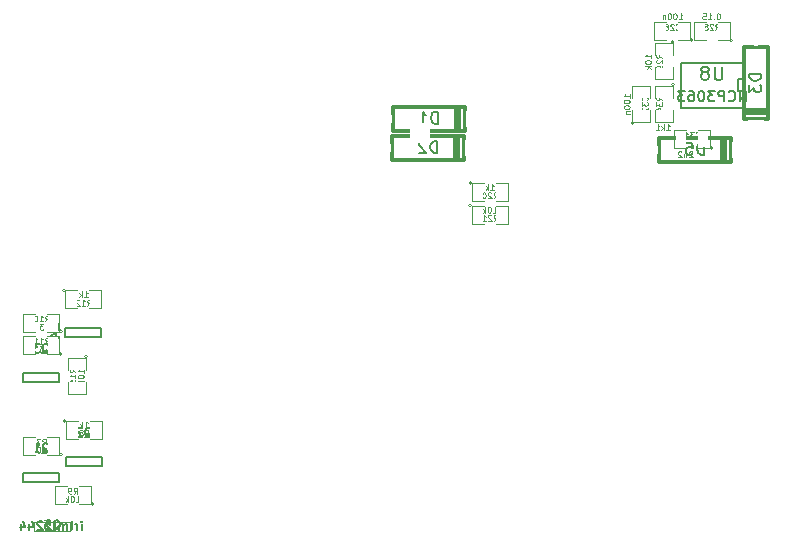
<source format=gbo>
G04 (created by PCBNEW (2013-07-07 BZR 4022)-stable) date 1/12/2015 12:58:00 PM*
%MOIN*%
G04 Gerber Fmt 3.4, Leading zero omitted, Abs format*
%FSLAX34Y34*%
G01*
G70*
G90*
G04 APERTURE LIST*
%ADD10C,0.00590551*%
%ADD11C,0.0047*%
%ADD12C,0.005*%
%ADD13C,0.0039*%
%ADD14C,0.012*%
%ADD15C,0.0051*%
%ADD16C,0.0075*%
%ADD17C,0.008*%
%ADD18C,0.006*%
%ADD19C,0.0043*%
%ADD20C,0.19685*%
%ADD21R,0.06X0.06*%
%ADD22C,0.06*%
%ADD23C,0.066*%
%ADD24R,0.036X0.036*%
%ADD25R,0.0236X0.0551*%
%ADD26R,0.035X0.055*%
%ADD27R,0.055X0.035*%
%ADD28C,0.0590551*%
%ADD29R,0.055X0.055*%
%ADD30C,0.055*%
%ADD31R,0.07X0.07*%
%ADD32C,0.07*%
%ADD33C,0.16*%
G04 APERTURE END LIST*
G54D10*
G54D11*
X2138Y-17716D02*
X938Y-17716D01*
X938Y-17716D02*
X938Y-18016D01*
X938Y-18016D02*
X2138Y-18016D01*
X2138Y-18016D02*
X2138Y-17716D01*
G54D12*
X3158Y-11236D02*
X1958Y-11236D01*
X1958Y-11236D02*
X1958Y-11536D01*
X1958Y-11536D02*
X3158Y-11536D01*
X3158Y-11536D02*
X3158Y-11236D01*
X1778Y-12736D02*
X578Y-12736D01*
X578Y-12736D02*
X578Y-13036D01*
X578Y-13036D02*
X1778Y-13036D01*
X1778Y-13036D02*
X1778Y-12736D01*
X3198Y-15536D02*
X1998Y-15536D01*
X1998Y-15536D02*
X1998Y-15836D01*
X1998Y-15836D02*
X3198Y-15836D01*
X3198Y-15836D02*
X3198Y-15536D01*
X1778Y-16056D02*
X578Y-16056D01*
X578Y-16056D02*
X578Y-16356D01*
X578Y-16356D02*
X1778Y-16356D01*
X1778Y-16356D02*
X1778Y-16056D01*
X24582Y-3842D02*
X24582Y-3892D01*
X24582Y-3892D02*
X22482Y-3892D01*
X22482Y-2392D02*
X24582Y-2392D01*
X24582Y-2392D02*
X24582Y-3842D01*
X24582Y-2942D02*
X24382Y-2942D01*
X24382Y-2942D02*
X24382Y-3342D01*
X24382Y-3342D02*
X24582Y-3342D01*
X22482Y-2392D02*
X22482Y-3892D01*
G54D13*
X1878Y-15466D02*
G75*
G03X1878Y-15466I-50J0D01*
G74*
G01*
X1378Y-15466D02*
X1778Y-15466D01*
X1778Y-15466D02*
X1778Y-14866D01*
X1778Y-14866D02*
X1378Y-14866D01*
X978Y-14866D02*
X578Y-14866D01*
X578Y-14866D02*
X578Y-15466D01*
X578Y-15466D02*
X978Y-15466D01*
X20929Y-4417D02*
G75*
G03X20929Y-4417I-50J0D01*
G74*
G01*
X20879Y-3967D02*
X20879Y-4367D01*
X20879Y-4367D02*
X21479Y-4367D01*
X21479Y-4367D02*
X21479Y-3967D01*
X21479Y-3567D02*
X21479Y-3167D01*
X21479Y-3167D02*
X20879Y-3167D01*
X20879Y-3167D02*
X20879Y-3567D01*
X22268Y-1704D02*
G75*
G03X22268Y-1704I-50J0D01*
G74*
G01*
X22218Y-2154D02*
X22218Y-1754D01*
X22218Y-1754D02*
X21618Y-1754D01*
X21618Y-1754D02*
X21618Y-2154D01*
X21618Y-2554D02*
X21618Y-2954D01*
X21618Y-2954D02*
X22218Y-2954D01*
X22218Y-2954D02*
X22218Y-2554D01*
X22268Y-3122D02*
G75*
G03X22268Y-3122I-50J0D01*
G74*
G01*
X22218Y-3572D02*
X22218Y-3172D01*
X22218Y-3172D02*
X21618Y-3172D01*
X21618Y-3172D02*
X21618Y-3572D01*
X21618Y-3972D02*
X21618Y-4372D01*
X21618Y-4372D02*
X22218Y-4372D01*
X22218Y-4372D02*
X22218Y-3972D01*
X23563Y-5253D02*
G75*
G03X23563Y-5253I-50J0D01*
G74*
G01*
X23063Y-5253D02*
X23463Y-5253D01*
X23463Y-5253D02*
X23463Y-4653D01*
X23463Y-4653D02*
X23063Y-4653D01*
X22663Y-4653D02*
X22263Y-4653D01*
X22263Y-4653D02*
X22263Y-5253D01*
X22263Y-5253D02*
X22663Y-5253D01*
X22899Y-1647D02*
G75*
G03X22899Y-1647I-50J0D01*
G74*
G01*
X22399Y-1647D02*
X22799Y-1647D01*
X22799Y-1647D02*
X22799Y-1047D01*
X22799Y-1047D02*
X22399Y-1047D01*
X21999Y-1047D02*
X21599Y-1047D01*
X21599Y-1047D02*
X21599Y-1647D01*
X21599Y-1647D02*
X21999Y-1647D01*
X24219Y-1647D02*
G75*
G03X24219Y-1647I-50J0D01*
G74*
G01*
X23719Y-1647D02*
X24119Y-1647D01*
X24119Y-1647D02*
X24119Y-1047D01*
X24119Y-1047D02*
X23719Y-1047D01*
X23319Y-1047D02*
X22919Y-1047D01*
X22919Y-1047D02*
X22919Y-1647D01*
X22919Y-1647D02*
X23319Y-1647D01*
X1878Y-11366D02*
G75*
G03X1878Y-11366I-50J0D01*
G74*
G01*
X1378Y-11366D02*
X1778Y-11366D01*
X1778Y-11366D02*
X1778Y-10766D01*
X1778Y-10766D02*
X1378Y-10766D01*
X978Y-10766D02*
X578Y-10766D01*
X578Y-10766D02*
X578Y-11366D01*
X578Y-11366D02*
X978Y-11366D01*
X1998Y-14326D02*
G75*
G03X1998Y-14326I-50J0D01*
G74*
G01*
X2398Y-14326D02*
X1998Y-14326D01*
X1998Y-14326D02*
X1998Y-14926D01*
X1998Y-14926D02*
X2398Y-14926D01*
X2798Y-14926D02*
X3198Y-14926D01*
X3198Y-14926D02*
X3198Y-14326D01*
X3198Y-14326D02*
X2798Y-14326D01*
X2918Y-17106D02*
G75*
G03X2918Y-17106I-50J0D01*
G74*
G01*
X2418Y-17106D02*
X2818Y-17106D01*
X2818Y-17106D02*
X2818Y-16506D01*
X2818Y-16506D02*
X2418Y-16506D01*
X2018Y-16506D02*
X1618Y-16506D01*
X1618Y-16506D02*
X1618Y-17106D01*
X1618Y-17106D02*
X2018Y-17106D01*
X1978Y-9986D02*
G75*
G03X1978Y-9986I-50J0D01*
G74*
G01*
X2378Y-9986D02*
X1978Y-9986D01*
X1978Y-9986D02*
X1978Y-10586D01*
X1978Y-10586D02*
X2378Y-10586D01*
X2778Y-10586D02*
X3178Y-10586D01*
X3178Y-10586D02*
X3178Y-9986D01*
X3178Y-9986D02*
X2778Y-9986D01*
X2708Y-12196D02*
G75*
G03X2708Y-12196I-50J0D01*
G74*
G01*
X2658Y-12646D02*
X2658Y-12246D01*
X2658Y-12246D02*
X2058Y-12246D01*
X2058Y-12246D02*
X2058Y-12646D01*
X2058Y-13046D02*
X2058Y-13446D01*
X2058Y-13446D02*
X2658Y-13446D01*
X2658Y-13446D02*
X2658Y-13046D01*
X1878Y-12106D02*
G75*
G03X1878Y-12106I-50J0D01*
G74*
G01*
X1378Y-12106D02*
X1778Y-12106D01*
X1778Y-12106D02*
X1778Y-11506D01*
X1778Y-11506D02*
X1378Y-11506D01*
X978Y-11506D02*
X578Y-11506D01*
X578Y-11506D02*
X578Y-12106D01*
X578Y-12106D02*
X978Y-12106D01*
X15522Y-6412D02*
G75*
G03X15522Y-6412I-50J0D01*
G74*
G01*
X15922Y-6412D02*
X15522Y-6412D01*
X15522Y-6412D02*
X15522Y-7012D01*
X15522Y-7012D02*
X15922Y-7012D01*
X16322Y-7012D02*
X16722Y-7012D01*
X16722Y-7012D02*
X16722Y-6412D01*
X16722Y-6412D02*
X16322Y-6412D01*
X15522Y-7160D02*
G75*
G03X15522Y-7160I-50J0D01*
G74*
G01*
X15922Y-7160D02*
X15522Y-7160D01*
X15522Y-7160D02*
X15522Y-7760D01*
X15522Y-7760D02*
X15922Y-7760D01*
X16322Y-7760D02*
X16722Y-7760D01*
X16722Y-7760D02*
X16722Y-7160D01*
X16722Y-7160D02*
X16322Y-7160D01*
G54D14*
X24472Y-5295D02*
X24172Y-5295D01*
X24172Y-5295D02*
X24172Y-5695D01*
X24172Y-5695D02*
X21772Y-5695D01*
X21772Y-5695D02*
X21772Y-5295D01*
X21772Y-5295D02*
X21472Y-5295D01*
X21772Y-5295D02*
X21772Y-4895D01*
X21772Y-4895D02*
X24172Y-4895D01*
X24172Y-4895D02*
X24172Y-5295D01*
X23972Y-5695D02*
X23972Y-4895D01*
X23872Y-4895D02*
X23872Y-5695D01*
X15598Y-4266D02*
X15298Y-4266D01*
X15298Y-4266D02*
X15298Y-4666D01*
X15298Y-4666D02*
X12898Y-4666D01*
X12898Y-4666D02*
X12898Y-4266D01*
X12898Y-4266D02*
X12598Y-4266D01*
X12898Y-4266D02*
X12898Y-3866D01*
X12898Y-3866D02*
X15298Y-3866D01*
X15298Y-3866D02*
X15298Y-4266D01*
X15098Y-4666D02*
X15098Y-3866D01*
X14998Y-3866D02*
X14998Y-4666D01*
X25009Y-4557D02*
X25009Y-4257D01*
X25009Y-4257D02*
X24609Y-4257D01*
X24609Y-4257D02*
X24609Y-1857D01*
X24609Y-1857D02*
X25009Y-1857D01*
X25009Y-1857D02*
X25009Y-1557D01*
X25009Y-1857D02*
X25409Y-1857D01*
X25409Y-1857D02*
X25409Y-4257D01*
X25409Y-4257D02*
X25009Y-4257D01*
X24609Y-4057D02*
X25409Y-4057D01*
X25409Y-3957D02*
X24609Y-3957D01*
X15578Y-5246D02*
X15278Y-5246D01*
X15278Y-5246D02*
X15278Y-5646D01*
X15278Y-5646D02*
X12878Y-5646D01*
X12878Y-5646D02*
X12878Y-5246D01*
X12878Y-5246D02*
X12578Y-5246D01*
X12878Y-5246D02*
X12878Y-4846D01*
X12878Y-4846D02*
X15278Y-4846D01*
X15278Y-4846D02*
X15278Y-5246D01*
X15078Y-5646D02*
X15078Y-4846D01*
X14978Y-4846D02*
X14978Y-5646D01*
G54D15*
X1567Y-17977D02*
X1596Y-17963D01*
X1624Y-17934D01*
X1667Y-17891D01*
X1696Y-17877D01*
X1724Y-17877D01*
X1710Y-17948D02*
X1738Y-17934D01*
X1767Y-17906D01*
X1781Y-17848D01*
X1781Y-17748D01*
X1767Y-17691D01*
X1738Y-17663D01*
X1710Y-17648D01*
X1653Y-17648D01*
X1624Y-17663D01*
X1596Y-17691D01*
X1581Y-17748D01*
X1581Y-17848D01*
X1596Y-17906D01*
X1624Y-17934D01*
X1653Y-17948D01*
X1710Y-17948D01*
X1310Y-17648D02*
X1453Y-17648D01*
X1467Y-17791D01*
X1453Y-17777D01*
X1424Y-17763D01*
X1353Y-17763D01*
X1324Y-17777D01*
X1310Y-17791D01*
X1296Y-17820D01*
X1296Y-17891D01*
X1310Y-17920D01*
X1324Y-17934D01*
X1353Y-17948D01*
X1424Y-17948D01*
X1453Y-17934D01*
X1467Y-17920D01*
X2520Y-17988D02*
X2520Y-17788D01*
X2520Y-17688D02*
X2535Y-17702D01*
X2520Y-17716D01*
X2506Y-17702D01*
X2520Y-17688D01*
X2520Y-17716D01*
X2378Y-17988D02*
X2378Y-17788D01*
X2378Y-17845D02*
X2363Y-17816D01*
X2349Y-17802D01*
X2320Y-17788D01*
X2292Y-17788D01*
X2149Y-17988D02*
X2178Y-17974D01*
X2192Y-17945D01*
X2192Y-17688D01*
X2035Y-17988D02*
X2035Y-17788D01*
X2035Y-17816D02*
X2020Y-17802D01*
X1992Y-17788D01*
X1949Y-17788D01*
X1920Y-17802D01*
X1906Y-17831D01*
X1906Y-17988D01*
X1906Y-17831D02*
X1892Y-17802D01*
X1863Y-17788D01*
X1820Y-17788D01*
X1792Y-17802D01*
X1778Y-17831D01*
X1778Y-17988D01*
X1592Y-17988D02*
X1620Y-17974D01*
X1635Y-17945D01*
X1635Y-17688D01*
X1492Y-17716D02*
X1478Y-17702D01*
X1449Y-17688D01*
X1378Y-17688D01*
X1349Y-17702D01*
X1335Y-17716D01*
X1320Y-17745D01*
X1320Y-17774D01*
X1335Y-17816D01*
X1506Y-17988D01*
X1320Y-17988D01*
X1206Y-17716D02*
X1192Y-17702D01*
X1163Y-17688D01*
X1092Y-17688D01*
X1063Y-17702D01*
X1049Y-17716D01*
X1035Y-17745D01*
X1035Y-17774D01*
X1049Y-17816D01*
X1220Y-17988D01*
X1035Y-17988D01*
X778Y-17788D02*
X778Y-17988D01*
X849Y-17674D02*
X920Y-17888D01*
X735Y-17888D01*
X492Y-17788D02*
X492Y-17988D01*
X563Y-17674D02*
X635Y-17888D01*
X449Y-17888D01*
G54D16*
X1803Y-11318D02*
X1789Y-11290D01*
X1760Y-11261D01*
X1717Y-11218D01*
X1703Y-11190D01*
X1703Y-11161D01*
X1774Y-11176D02*
X1760Y-11147D01*
X1731Y-11118D01*
X1674Y-11104D01*
X1574Y-11104D01*
X1517Y-11118D01*
X1489Y-11147D01*
X1474Y-11176D01*
X1474Y-11233D01*
X1489Y-11261D01*
X1517Y-11290D01*
X1574Y-11304D01*
X1674Y-11304D01*
X1731Y-11290D01*
X1760Y-11261D01*
X1774Y-11233D01*
X1774Y-11176D01*
X1574Y-11561D02*
X1774Y-11561D01*
X1460Y-11490D02*
X1674Y-11418D01*
X1674Y-11604D01*
G54D17*
G54D16*
X1207Y-12086D02*
X1236Y-12072D01*
X1264Y-12044D01*
X1307Y-12001D01*
X1336Y-11986D01*
X1364Y-11986D01*
X1350Y-12058D02*
X1378Y-12044D01*
X1407Y-12015D01*
X1421Y-11958D01*
X1421Y-11858D01*
X1407Y-11801D01*
X1378Y-11772D01*
X1350Y-11758D01*
X1293Y-11758D01*
X1264Y-11772D01*
X1236Y-11801D01*
X1221Y-11858D01*
X1221Y-11958D01*
X1236Y-12015D01*
X1264Y-12044D01*
X1293Y-12058D01*
X1350Y-12058D01*
X1121Y-11758D02*
X936Y-11758D01*
X1036Y-11872D01*
X993Y-11872D01*
X964Y-11886D01*
X950Y-11901D01*
X936Y-11929D01*
X936Y-12001D01*
X950Y-12029D01*
X964Y-12044D01*
X993Y-12058D01*
X1078Y-12058D01*
X1107Y-12044D01*
X1121Y-12029D01*
G54D17*
G54D16*
X2627Y-14886D02*
X2656Y-14872D01*
X2684Y-14844D01*
X2727Y-14801D01*
X2756Y-14786D01*
X2784Y-14786D01*
X2770Y-14858D02*
X2798Y-14844D01*
X2827Y-14815D01*
X2841Y-14758D01*
X2841Y-14658D01*
X2827Y-14601D01*
X2798Y-14572D01*
X2770Y-14558D01*
X2713Y-14558D01*
X2684Y-14572D01*
X2656Y-14601D01*
X2641Y-14658D01*
X2641Y-14758D01*
X2656Y-14815D01*
X2684Y-14844D01*
X2713Y-14858D01*
X2770Y-14858D01*
X2527Y-14586D02*
X2513Y-14572D01*
X2484Y-14558D01*
X2413Y-14558D01*
X2384Y-14572D01*
X2370Y-14586D01*
X2356Y-14615D01*
X2356Y-14644D01*
X2370Y-14686D01*
X2541Y-14858D01*
X2356Y-14858D01*
G54D17*
G54D16*
X1207Y-15406D02*
X1236Y-15392D01*
X1264Y-15364D01*
X1307Y-15321D01*
X1336Y-15306D01*
X1364Y-15306D01*
X1350Y-15378D02*
X1378Y-15364D01*
X1407Y-15335D01*
X1421Y-15278D01*
X1421Y-15178D01*
X1407Y-15121D01*
X1378Y-15092D01*
X1350Y-15078D01*
X1293Y-15078D01*
X1264Y-15092D01*
X1236Y-15121D01*
X1221Y-15178D01*
X1221Y-15278D01*
X1236Y-15335D01*
X1264Y-15364D01*
X1293Y-15378D01*
X1350Y-15378D01*
X936Y-15378D02*
X1107Y-15378D01*
X1021Y-15378D02*
X1021Y-15078D01*
X1050Y-15121D01*
X1078Y-15149D01*
X1107Y-15164D01*
G54D17*
G54D18*
X23875Y-2524D02*
X23875Y-2888D01*
X23853Y-2931D01*
X23832Y-2952D01*
X23789Y-2974D01*
X23703Y-2974D01*
X23660Y-2952D01*
X23639Y-2931D01*
X23618Y-2888D01*
X23618Y-2524D01*
X23339Y-2717D02*
X23382Y-2695D01*
X23403Y-2674D01*
X23425Y-2631D01*
X23425Y-2610D01*
X23403Y-2567D01*
X23382Y-2545D01*
X23339Y-2524D01*
X23253Y-2524D01*
X23210Y-2545D01*
X23189Y-2567D01*
X23168Y-2610D01*
X23168Y-2631D01*
X23189Y-2674D01*
X23210Y-2695D01*
X23253Y-2717D01*
X23339Y-2717D01*
X23382Y-2738D01*
X23403Y-2760D01*
X23425Y-2802D01*
X23425Y-2888D01*
X23403Y-2931D01*
X23382Y-2952D01*
X23339Y-2974D01*
X23253Y-2974D01*
X23210Y-2952D01*
X23189Y-2931D01*
X23168Y-2888D01*
X23168Y-2802D01*
X23189Y-2760D01*
X23210Y-2738D01*
X23253Y-2717D01*
X24649Y-3683D02*
X24649Y-3333D01*
X24449Y-3683D01*
X24449Y-3333D01*
X24082Y-3650D02*
X24099Y-3667D01*
X24149Y-3683D01*
X24182Y-3683D01*
X24232Y-3667D01*
X24265Y-3633D01*
X24282Y-3600D01*
X24299Y-3533D01*
X24299Y-3483D01*
X24282Y-3417D01*
X24265Y-3383D01*
X24232Y-3350D01*
X24182Y-3333D01*
X24149Y-3333D01*
X24099Y-3350D01*
X24082Y-3367D01*
X23932Y-3683D02*
X23932Y-3333D01*
X23799Y-3333D01*
X23765Y-3350D01*
X23749Y-3367D01*
X23732Y-3400D01*
X23732Y-3450D01*
X23749Y-3483D01*
X23765Y-3500D01*
X23799Y-3517D01*
X23932Y-3517D01*
X23615Y-3333D02*
X23399Y-3333D01*
X23515Y-3467D01*
X23465Y-3467D01*
X23432Y-3483D01*
X23415Y-3500D01*
X23399Y-3533D01*
X23399Y-3617D01*
X23415Y-3650D01*
X23432Y-3667D01*
X23465Y-3683D01*
X23565Y-3683D01*
X23599Y-3667D01*
X23615Y-3650D01*
X23182Y-3333D02*
X23149Y-3333D01*
X23115Y-3350D01*
X23099Y-3367D01*
X23082Y-3400D01*
X23065Y-3467D01*
X23065Y-3550D01*
X23082Y-3617D01*
X23099Y-3650D01*
X23115Y-3667D01*
X23149Y-3683D01*
X23182Y-3683D01*
X23215Y-3667D01*
X23232Y-3650D01*
X23249Y-3617D01*
X23265Y-3550D01*
X23265Y-3467D01*
X23249Y-3400D01*
X23232Y-3367D01*
X23215Y-3350D01*
X23182Y-3333D01*
X22765Y-3333D02*
X22832Y-3333D01*
X22865Y-3350D01*
X22882Y-3367D01*
X22915Y-3417D01*
X22932Y-3483D01*
X22932Y-3617D01*
X22915Y-3650D01*
X22899Y-3667D01*
X22865Y-3683D01*
X22799Y-3683D01*
X22765Y-3667D01*
X22749Y-3650D01*
X22732Y-3617D01*
X22732Y-3533D01*
X22749Y-3500D01*
X22765Y-3483D01*
X22799Y-3467D01*
X22865Y-3467D01*
X22899Y-3483D01*
X22915Y-3500D01*
X22932Y-3533D01*
X22615Y-3333D02*
X22399Y-3333D01*
X22515Y-3467D01*
X22465Y-3467D01*
X22432Y-3483D01*
X22415Y-3500D01*
X22399Y-3533D01*
X22399Y-3617D01*
X22415Y-3650D01*
X22432Y-3667D01*
X22465Y-3683D01*
X22565Y-3683D01*
X22599Y-3667D01*
X22615Y-3650D01*
G54D19*
X1211Y-15121D02*
X1277Y-15027D01*
X1324Y-15121D02*
X1324Y-14924D01*
X1249Y-14924D01*
X1230Y-14934D01*
X1221Y-14943D01*
X1211Y-14962D01*
X1211Y-14990D01*
X1221Y-15009D01*
X1230Y-15018D01*
X1249Y-15027D01*
X1324Y-15027D01*
X1146Y-14924D02*
X1014Y-14924D01*
X1099Y-15121D01*
X1216Y-15396D02*
X1328Y-15396D01*
X1272Y-15396D02*
X1272Y-15199D01*
X1291Y-15227D01*
X1310Y-15246D01*
X1328Y-15255D01*
X1094Y-15199D02*
X1075Y-15199D01*
X1056Y-15209D01*
X1047Y-15218D01*
X1038Y-15237D01*
X1028Y-15274D01*
X1028Y-15321D01*
X1038Y-15359D01*
X1047Y-15377D01*
X1056Y-15387D01*
X1075Y-15396D01*
X1094Y-15396D01*
X1113Y-15387D01*
X1122Y-15377D01*
X1131Y-15359D01*
X1141Y-15321D01*
X1141Y-15274D01*
X1131Y-15237D01*
X1122Y-15218D01*
X1113Y-15209D01*
X1094Y-15199D01*
X21365Y-3640D02*
X21375Y-3631D01*
X21384Y-3603D01*
X21384Y-3584D01*
X21375Y-3556D01*
X21356Y-3537D01*
X21337Y-3528D01*
X21300Y-3518D01*
X21271Y-3518D01*
X21234Y-3528D01*
X21215Y-3537D01*
X21196Y-3556D01*
X21187Y-3584D01*
X21187Y-3603D01*
X21196Y-3631D01*
X21206Y-3640D01*
X21187Y-3706D02*
X21187Y-3828D01*
X21262Y-3762D01*
X21262Y-3790D01*
X21271Y-3809D01*
X21281Y-3819D01*
X21300Y-3828D01*
X21346Y-3828D01*
X21365Y-3819D01*
X21375Y-3809D01*
X21384Y-3790D01*
X21384Y-3734D01*
X21375Y-3715D01*
X21365Y-3706D01*
X21206Y-3903D02*
X21196Y-3912D01*
X21187Y-3931D01*
X21187Y-3978D01*
X21196Y-3997D01*
X21206Y-4006D01*
X21225Y-4016D01*
X21243Y-4016D01*
X21271Y-4006D01*
X21384Y-3894D01*
X21384Y-4016D01*
X20788Y-3559D02*
X20788Y-3446D01*
X20788Y-3502D02*
X20591Y-3502D01*
X20619Y-3484D01*
X20638Y-3465D01*
X20647Y-3446D01*
X20591Y-3681D02*
X20591Y-3699D01*
X20600Y-3718D01*
X20610Y-3727D01*
X20628Y-3737D01*
X20666Y-3746D01*
X20713Y-3746D01*
X20750Y-3737D01*
X20769Y-3727D01*
X20779Y-3718D01*
X20788Y-3699D01*
X20788Y-3681D01*
X20779Y-3662D01*
X20769Y-3652D01*
X20750Y-3643D01*
X20713Y-3634D01*
X20666Y-3634D01*
X20628Y-3643D01*
X20610Y-3652D01*
X20600Y-3662D01*
X20591Y-3681D01*
X20591Y-3868D02*
X20591Y-3887D01*
X20600Y-3906D01*
X20610Y-3915D01*
X20628Y-3924D01*
X20666Y-3934D01*
X20713Y-3934D01*
X20750Y-3924D01*
X20769Y-3915D01*
X20779Y-3906D01*
X20788Y-3887D01*
X20788Y-3868D01*
X20779Y-3849D01*
X20769Y-3840D01*
X20750Y-3831D01*
X20713Y-3821D01*
X20666Y-3821D01*
X20628Y-3831D01*
X20610Y-3840D01*
X20600Y-3849D01*
X20591Y-3868D01*
X20657Y-4018D02*
X20788Y-4018D01*
X20675Y-4018D02*
X20666Y-4028D01*
X20657Y-4046D01*
X20657Y-4075D01*
X20666Y-4093D01*
X20685Y-4103D01*
X20788Y-4103D01*
X21872Y-2228D02*
X21779Y-2162D01*
X21872Y-2115D02*
X21675Y-2115D01*
X21675Y-2190D01*
X21685Y-2209D01*
X21694Y-2218D01*
X21713Y-2228D01*
X21741Y-2228D01*
X21760Y-2218D01*
X21769Y-2209D01*
X21779Y-2190D01*
X21779Y-2115D01*
X21694Y-2303D02*
X21685Y-2312D01*
X21675Y-2331D01*
X21675Y-2378D01*
X21685Y-2397D01*
X21694Y-2406D01*
X21713Y-2415D01*
X21732Y-2415D01*
X21760Y-2406D01*
X21872Y-2293D01*
X21872Y-2415D01*
X21872Y-2509D02*
X21872Y-2547D01*
X21863Y-2565D01*
X21854Y-2575D01*
X21826Y-2594D01*
X21788Y-2603D01*
X21713Y-2603D01*
X21694Y-2594D01*
X21685Y-2584D01*
X21675Y-2565D01*
X21675Y-2528D01*
X21685Y-2509D01*
X21694Y-2500D01*
X21713Y-2490D01*
X21760Y-2490D01*
X21779Y-2500D01*
X21788Y-2509D01*
X21797Y-2528D01*
X21797Y-2565D01*
X21788Y-2584D01*
X21779Y-2594D01*
X21760Y-2603D01*
X21497Y-2244D02*
X21497Y-2132D01*
X21497Y-2188D02*
X21300Y-2188D01*
X21328Y-2169D01*
X21346Y-2151D01*
X21356Y-2132D01*
X21300Y-2366D02*
X21300Y-2385D01*
X21309Y-2404D01*
X21318Y-2413D01*
X21337Y-2423D01*
X21375Y-2432D01*
X21422Y-2432D01*
X21459Y-2423D01*
X21478Y-2413D01*
X21487Y-2404D01*
X21497Y-2385D01*
X21497Y-2366D01*
X21487Y-2348D01*
X21478Y-2338D01*
X21459Y-2329D01*
X21422Y-2319D01*
X21375Y-2319D01*
X21337Y-2329D01*
X21318Y-2338D01*
X21309Y-2348D01*
X21300Y-2366D01*
X21497Y-2516D02*
X21300Y-2516D01*
X21422Y-2535D02*
X21497Y-2592D01*
X21365Y-2592D02*
X21440Y-2516D01*
X21872Y-3645D02*
X21779Y-3579D01*
X21872Y-3532D02*
X21675Y-3532D01*
X21675Y-3608D01*
X21685Y-3626D01*
X21694Y-3636D01*
X21713Y-3645D01*
X21741Y-3645D01*
X21760Y-3636D01*
X21769Y-3626D01*
X21779Y-3608D01*
X21779Y-3532D01*
X21675Y-3711D02*
X21675Y-3833D01*
X21750Y-3767D01*
X21750Y-3795D01*
X21760Y-3814D01*
X21769Y-3823D01*
X21788Y-3833D01*
X21835Y-3833D01*
X21854Y-3823D01*
X21863Y-3814D01*
X21872Y-3795D01*
X21872Y-3739D01*
X21863Y-3720D01*
X21854Y-3711D01*
X21741Y-4002D02*
X21872Y-4002D01*
X21666Y-3955D02*
X21807Y-3908D01*
X21807Y-4030D01*
X22007Y-4646D02*
X22119Y-4646D01*
X22063Y-4646D02*
X22063Y-4449D01*
X22082Y-4477D01*
X22100Y-4496D01*
X22119Y-4505D01*
X21922Y-4646D02*
X21922Y-4449D01*
X21903Y-4571D02*
X21847Y-4646D01*
X21847Y-4515D02*
X21922Y-4590D01*
X21659Y-4646D02*
X21772Y-4646D01*
X21716Y-4646D02*
X21716Y-4449D01*
X21734Y-4477D01*
X21753Y-4496D01*
X21772Y-4505D01*
X22989Y-4889D02*
X22999Y-4898D01*
X23027Y-4908D01*
X23045Y-4908D01*
X23074Y-4898D01*
X23092Y-4879D01*
X23102Y-4861D01*
X23111Y-4823D01*
X23111Y-4795D01*
X23102Y-4757D01*
X23092Y-4739D01*
X23074Y-4720D01*
X23045Y-4711D01*
X23027Y-4711D01*
X22999Y-4720D01*
X22989Y-4729D01*
X22924Y-4711D02*
X22802Y-4711D01*
X22867Y-4786D01*
X22839Y-4786D01*
X22820Y-4795D01*
X22811Y-4804D01*
X22802Y-4823D01*
X22802Y-4870D01*
X22811Y-4889D01*
X22820Y-4898D01*
X22839Y-4908D01*
X22895Y-4908D01*
X22914Y-4898D01*
X22924Y-4889D01*
X22614Y-4908D02*
X22727Y-4908D01*
X22670Y-4908D02*
X22670Y-4711D01*
X22689Y-4739D01*
X22708Y-4757D01*
X22727Y-4767D01*
X22877Y-5373D02*
X22867Y-5364D01*
X22848Y-5355D01*
X22801Y-5355D01*
X22783Y-5364D01*
X22773Y-5373D01*
X22764Y-5392D01*
X22764Y-5411D01*
X22773Y-5439D01*
X22886Y-5552D01*
X22764Y-5552D01*
X22680Y-5420D02*
X22680Y-5552D01*
X22680Y-5439D02*
X22670Y-5430D01*
X22651Y-5420D01*
X22623Y-5420D01*
X22604Y-5430D01*
X22595Y-5448D01*
X22595Y-5552D01*
X22511Y-5373D02*
X22501Y-5364D01*
X22483Y-5355D01*
X22436Y-5355D01*
X22417Y-5364D01*
X22407Y-5373D01*
X22398Y-5392D01*
X22398Y-5411D01*
X22407Y-5439D01*
X22520Y-5552D01*
X22398Y-5552D01*
X22326Y-1283D02*
X22335Y-1292D01*
X22363Y-1302D01*
X22382Y-1302D01*
X22410Y-1292D01*
X22429Y-1274D01*
X22438Y-1255D01*
X22448Y-1217D01*
X22448Y-1189D01*
X22438Y-1152D01*
X22429Y-1133D01*
X22410Y-1114D01*
X22382Y-1105D01*
X22363Y-1105D01*
X22335Y-1114D01*
X22326Y-1123D01*
X22251Y-1123D02*
X22241Y-1114D01*
X22223Y-1105D01*
X22176Y-1105D01*
X22157Y-1114D01*
X22148Y-1123D01*
X22138Y-1142D01*
X22138Y-1161D01*
X22148Y-1189D01*
X22260Y-1302D01*
X22138Y-1302D01*
X22026Y-1189D02*
X22044Y-1180D01*
X22054Y-1170D01*
X22063Y-1152D01*
X22063Y-1142D01*
X22054Y-1123D01*
X22044Y-1114D01*
X22026Y-1105D01*
X21988Y-1105D01*
X21969Y-1114D01*
X21960Y-1123D01*
X21951Y-1142D01*
X21951Y-1152D01*
X21960Y-1170D01*
X21969Y-1180D01*
X21988Y-1189D01*
X22026Y-1189D01*
X22044Y-1199D01*
X22054Y-1208D01*
X22063Y-1227D01*
X22063Y-1264D01*
X22054Y-1283D01*
X22044Y-1292D01*
X22026Y-1302D01*
X21988Y-1302D01*
X21969Y-1292D01*
X21960Y-1283D01*
X21951Y-1264D01*
X21951Y-1227D01*
X21960Y-1208D01*
X21969Y-1199D01*
X21988Y-1189D01*
X22425Y-945D02*
X22537Y-945D01*
X22481Y-945D02*
X22481Y-748D01*
X22500Y-777D01*
X22518Y-795D01*
X22537Y-805D01*
X22303Y-748D02*
X22284Y-748D01*
X22265Y-758D01*
X22256Y-767D01*
X22246Y-786D01*
X22237Y-823D01*
X22237Y-870D01*
X22246Y-908D01*
X22256Y-927D01*
X22265Y-936D01*
X22284Y-945D01*
X22303Y-945D01*
X22321Y-936D01*
X22331Y-927D01*
X22340Y-908D01*
X22350Y-870D01*
X22350Y-823D01*
X22340Y-786D01*
X22331Y-767D01*
X22321Y-758D01*
X22303Y-748D01*
X22115Y-748D02*
X22096Y-748D01*
X22078Y-758D01*
X22068Y-767D01*
X22059Y-786D01*
X22049Y-823D01*
X22049Y-870D01*
X22059Y-908D01*
X22068Y-927D01*
X22078Y-936D01*
X22096Y-945D01*
X22115Y-945D01*
X22134Y-936D01*
X22143Y-927D01*
X22153Y-908D01*
X22162Y-870D01*
X22162Y-823D01*
X22153Y-786D01*
X22143Y-767D01*
X22134Y-758D01*
X22115Y-748D01*
X21965Y-814D02*
X21965Y-945D01*
X21965Y-833D02*
X21956Y-823D01*
X21937Y-814D01*
X21909Y-814D01*
X21890Y-823D01*
X21881Y-842D01*
X21881Y-945D01*
X23646Y-1302D02*
X23712Y-1208D01*
X23758Y-1302D02*
X23758Y-1105D01*
X23683Y-1105D01*
X23665Y-1114D01*
X23655Y-1123D01*
X23646Y-1142D01*
X23646Y-1170D01*
X23655Y-1189D01*
X23665Y-1199D01*
X23683Y-1208D01*
X23758Y-1208D01*
X23571Y-1123D02*
X23561Y-1114D01*
X23543Y-1105D01*
X23496Y-1105D01*
X23477Y-1114D01*
X23468Y-1123D01*
X23458Y-1142D01*
X23458Y-1161D01*
X23468Y-1189D01*
X23580Y-1302D01*
X23458Y-1302D01*
X23346Y-1189D02*
X23364Y-1180D01*
X23374Y-1170D01*
X23383Y-1152D01*
X23383Y-1142D01*
X23374Y-1123D01*
X23364Y-1114D01*
X23346Y-1105D01*
X23308Y-1105D01*
X23289Y-1114D01*
X23280Y-1123D01*
X23271Y-1142D01*
X23271Y-1152D01*
X23280Y-1170D01*
X23289Y-1180D01*
X23308Y-1189D01*
X23346Y-1189D01*
X23364Y-1199D01*
X23374Y-1208D01*
X23383Y-1227D01*
X23383Y-1264D01*
X23374Y-1283D01*
X23364Y-1292D01*
X23346Y-1302D01*
X23308Y-1302D01*
X23289Y-1292D01*
X23280Y-1283D01*
X23271Y-1264D01*
X23271Y-1227D01*
X23280Y-1208D01*
X23289Y-1199D01*
X23308Y-1189D01*
X23747Y-748D02*
X23729Y-748D01*
X23710Y-758D01*
X23700Y-767D01*
X23691Y-786D01*
X23682Y-823D01*
X23682Y-870D01*
X23691Y-908D01*
X23700Y-927D01*
X23710Y-936D01*
X23729Y-945D01*
X23747Y-945D01*
X23766Y-936D01*
X23775Y-927D01*
X23785Y-908D01*
X23794Y-870D01*
X23794Y-823D01*
X23785Y-786D01*
X23775Y-767D01*
X23766Y-758D01*
X23747Y-748D01*
X23597Y-927D02*
X23588Y-936D01*
X23597Y-945D01*
X23607Y-936D01*
X23597Y-927D01*
X23597Y-945D01*
X23400Y-945D02*
X23513Y-945D01*
X23457Y-945D02*
X23457Y-748D01*
X23475Y-777D01*
X23494Y-795D01*
X23513Y-805D01*
X23222Y-748D02*
X23316Y-748D01*
X23325Y-842D01*
X23316Y-833D01*
X23297Y-823D01*
X23250Y-823D01*
X23231Y-833D01*
X23222Y-842D01*
X23213Y-861D01*
X23213Y-908D01*
X23222Y-927D01*
X23231Y-936D01*
X23250Y-945D01*
X23297Y-945D01*
X23316Y-936D01*
X23325Y-927D01*
X1305Y-11021D02*
X1371Y-10927D01*
X1418Y-11021D02*
X1418Y-10824D01*
X1343Y-10824D01*
X1324Y-10834D01*
X1314Y-10843D01*
X1305Y-10862D01*
X1305Y-10890D01*
X1314Y-10909D01*
X1324Y-10918D01*
X1343Y-10927D01*
X1418Y-10927D01*
X1117Y-11021D02*
X1230Y-11021D01*
X1174Y-11021D02*
X1174Y-10824D01*
X1192Y-10852D01*
X1211Y-10871D01*
X1230Y-10880D01*
X995Y-10824D02*
X977Y-10824D01*
X958Y-10834D01*
X949Y-10843D01*
X939Y-10862D01*
X930Y-10899D01*
X930Y-10946D01*
X939Y-10984D01*
X949Y-11002D01*
X958Y-11012D01*
X977Y-11021D01*
X995Y-11021D01*
X1014Y-11012D01*
X1024Y-11002D01*
X1033Y-10984D01*
X1042Y-10946D01*
X1042Y-10899D01*
X1033Y-10862D01*
X1024Y-10843D01*
X1014Y-10834D01*
X995Y-10824D01*
X1244Y-11099D02*
X1122Y-11099D01*
X1188Y-11174D01*
X1160Y-11174D01*
X1141Y-11184D01*
X1131Y-11193D01*
X1122Y-11212D01*
X1122Y-11259D01*
X1131Y-11277D01*
X1141Y-11287D01*
X1160Y-11296D01*
X1216Y-11296D01*
X1235Y-11287D01*
X1244Y-11277D01*
X2631Y-14831D02*
X2697Y-14737D01*
X2744Y-14831D02*
X2744Y-14634D01*
X2669Y-14634D01*
X2650Y-14644D01*
X2641Y-14653D01*
X2631Y-14672D01*
X2631Y-14700D01*
X2641Y-14719D01*
X2650Y-14728D01*
X2669Y-14737D01*
X2744Y-14737D01*
X2519Y-14719D02*
X2537Y-14709D01*
X2547Y-14700D01*
X2556Y-14681D01*
X2556Y-14672D01*
X2547Y-14653D01*
X2537Y-14644D01*
X2519Y-14634D01*
X2481Y-14634D01*
X2462Y-14644D01*
X2453Y-14653D01*
X2444Y-14672D01*
X2444Y-14681D01*
X2453Y-14700D01*
X2462Y-14709D01*
X2481Y-14719D01*
X2519Y-14719D01*
X2537Y-14728D01*
X2547Y-14737D01*
X2556Y-14756D01*
X2556Y-14794D01*
X2547Y-14812D01*
X2537Y-14822D01*
X2519Y-14831D01*
X2481Y-14831D01*
X2462Y-14822D01*
X2453Y-14812D01*
X2444Y-14794D01*
X2444Y-14756D01*
X2453Y-14737D01*
X2462Y-14728D01*
X2481Y-14719D01*
X2622Y-14556D02*
X2734Y-14556D01*
X2678Y-14556D02*
X2678Y-14359D01*
X2697Y-14387D01*
X2716Y-14406D01*
X2734Y-14415D01*
X2537Y-14556D02*
X2537Y-14359D01*
X2519Y-14481D02*
X2462Y-14556D01*
X2462Y-14425D02*
X2537Y-14500D01*
X2251Y-16761D02*
X2317Y-16667D01*
X2364Y-16761D02*
X2364Y-16564D01*
X2289Y-16564D01*
X2270Y-16574D01*
X2261Y-16583D01*
X2251Y-16602D01*
X2251Y-16630D01*
X2261Y-16649D01*
X2270Y-16658D01*
X2289Y-16667D01*
X2364Y-16667D01*
X2157Y-16761D02*
X2120Y-16761D01*
X2101Y-16752D01*
X2092Y-16742D01*
X2073Y-16714D01*
X2064Y-16677D01*
X2064Y-16602D01*
X2073Y-16583D01*
X2082Y-16574D01*
X2101Y-16564D01*
X2139Y-16564D01*
X2157Y-16574D01*
X2167Y-16583D01*
X2176Y-16602D01*
X2176Y-16649D01*
X2167Y-16667D01*
X2157Y-16677D01*
X2139Y-16686D01*
X2101Y-16686D01*
X2082Y-16677D01*
X2073Y-16667D01*
X2064Y-16649D01*
X2336Y-17036D02*
X2448Y-17036D01*
X2392Y-17036D02*
X2392Y-16839D01*
X2411Y-16867D01*
X2429Y-16886D01*
X2448Y-16895D01*
X2214Y-16839D02*
X2195Y-16839D01*
X2176Y-16849D01*
X2167Y-16858D01*
X2157Y-16877D01*
X2148Y-16914D01*
X2148Y-16961D01*
X2157Y-16999D01*
X2167Y-17017D01*
X2176Y-17027D01*
X2195Y-17036D01*
X2214Y-17036D01*
X2232Y-17027D01*
X2242Y-17017D01*
X2251Y-16999D01*
X2261Y-16961D01*
X2261Y-16914D01*
X2251Y-16877D01*
X2242Y-16858D01*
X2232Y-16849D01*
X2214Y-16839D01*
X2064Y-17036D02*
X2064Y-16839D01*
X2045Y-16961D02*
X1989Y-17036D01*
X1989Y-16905D02*
X2064Y-16980D01*
X2705Y-10491D02*
X2771Y-10397D01*
X2818Y-10491D02*
X2818Y-10294D01*
X2743Y-10294D01*
X2724Y-10304D01*
X2714Y-10313D01*
X2705Y-10332D01*
X2705Y-10360D01*
X2714Y-10379D01*
X2724Y-10388D01*
X2743Y-10397D01*
X2818Y-10397D01*
X2517Y-10491D02*
X2630Y-10491D01*
X2574Y-10491D02*
X2574Y-10294D01*
X2592Y-10322D01*
X2611Y-10341D01*
X2630Y-10350D01*
X2442Y-10313D02*
X2433Y-10304D01*
X2414Y-10294D01*
X2367Y-10294D01*
X2349Y-10304D01*
X2339Y-10313D01*
X2330Y-10332D01*
X2330Y-10350D01*
X2339Y-10379D01*
X2452Y-10491D01*
X2330Y-10491D01*
X2602Y-10216D02*
X2714Y-10216D01*
X2658Y-10216D02*
X2658Y-10019D01*
X2677Y-10047D01*
X2696Y-10066D01*
X2714Y-10075D01*
X2517Y-10216D02*
X2517Y-10019D01*
X2499Y-10141D02*
X2442Y-10216D01*
X2442Y-10085D02*
X2517Y-10160D01*
X2313Y-12720D02*
X2219Y-12654D01*
X2313Y-12607D02*
X2116Y-12607D01*
X2116Y-12682D01*
X2126Y-12701D01*
X2135Y-12710D01*
X2154Y-12720D01*
X2182Y-12720D01*
X2201Y-12710D01*
X2210Y-12701D01*
X2219Y-12682D01*
X2219Y-12607D01*
X2313Y-12907D02*
X2313Y-12795D01*
X2313Y-12851D02*
X2116Y-12851D01*
X2144Y-12832D01*
X2163Y-12814D01*
X2172Y-12795D01*
X2116Y-13086D02*
X2116Y-12992D01*
X2210Y-12982D01*
X2201Y-12992D01*
X2191Y-13011D01*
X2191Y-13058D01*
X2201Y-13076D01*
X2210Y-13086D01*
X2229Y-13095D01*
X2276Y-13095D01*
X2294Y-13086D01*
X2304Y-13076D01*
X2313Y-13058D01*
X2313Y-13011D01*
X2304Y-12992D01*
X2294Y-12982D01*
X2588Y-12729D02*
X2588Y-12617D01*
X2588Y-12673D02*
X2391Y-12673D01*
X2419Y-12654D01*
X2438Y-12635D01*
X2447Y-12617D01*
X2391Y-12851D02*
X2391Y-12870D01*
X2401Y-12889D01*
X2410Y-12898D01*
X2429Y-12907D01*
X2466Y-12917D01*
X2513Y-12917D01*
X2551Y-12907D01*
X2569Y-12898D01*
X2579Y-12889D01*
X2588Y-12870D01*
X2588Y-12851D01*
X2579Y-12832D01*
X2569Y-12823D01*
X2551Y-12814D01*
X2513Y-12804D01*
X2466Y-12804D01*
X2429Y-12814D01*
X2410Y-12823D01*
X2401Y-12832D01*
X2391Y-12851D01*
X2588Y-13001D02*
X2391Y-13001D01*
X2513Y-13020D02*
X2588Y-13076D01*
X2457Y-13076D02*
X2532Y-13001D01*
X1305Y-11761D02*
X1371Y-11667D01*
X1418Y-11761D02*
X1418Y-11564D01*
X1343Y-11564D01*
X1324Y-11574D01*
X1314Y-11583D01*
X1305Y-11602D01*
X1305Y-11630D01*
X1314Y-11649D01*
X1324Y-11658D01*
X1343Y-11667D01*
X1418Y-11667D01*
X1117Y-11761D02*
X1230Y-11761D01*
X1174Y-11761D02*
X1174Y-11564D01*
X1192Y-11592D01*
X1211Y-11611D01*
X1230Y-11620D01*
X930Y-11761D02*
X1042Y-11761D01*
X986Y-11761D02*
X986Y-11564D01*
X1005Y-11592D01*
X1024Y-11611D01*
X1042Y-11620D01*
X1244Y-11839D02*
X1122Y-11839D01*
X1188Y-11914D01*
X1160Y-11914D01*
X1141Y-11924D01*
X1131Y-11933D01*
X1122Y-11952D01*
X1122Y-11999D01*
X1131Y-12017D01*
X1141Y-12027D01*
X1160Y-12036D01*
X1216Y-12036D01*
X1235Y-12027D01*
X1244Y-12017D01*
X16248Y-6917D02*
X16314Y-6823D01*
X16361Y-6917D02*
X16361Y-6720D01*
X16286Y-6720D01*
X16267Y-6729D01*
X16258Y-6739D01*
X16248Y-6757D01*
X16248Y-6786D01*
X16258Y-6804D01*
X16267Y-6814D01*
X16286Y-6823D01*
X16361Y-6823D01*
X16173Y-6739D02*
X16164Y-6729D01*
X16145Y-6720D01*
X16098Y-6720D01*
X16079Y-6729D01*
X16070Y-6739D01*
X16061Y-6757D01*
X16061Y-6776D01*
X16070Y-6804D01*
X16183Y-6917D01*
X16061Y-6917D01*
X15939Y-6720D02*
X15920Y-6720D01*
X15901Y-6729D01*
X15892Y-6739D01*
X15882Y-6757D01*
X15873Y-6795D01*
X15873Y-6842D01*
X15882Y-6879D01*
X15892Y-6898D01*
X15901Y-6907D01*
X15920Y-6917D01*
X15939Y-6917D01*
X15957Y-6907D01*
X15967Y-6898D01*
X15976Y-6879D01*
X15986Y-6842D01*
X15986Y-6795D01*
X15976Y-6757D01*
X15967Y-6739D01*
X15957Y-6729D01*
X15939Y-6720D01*
X16145Y-6642D02*
X16258Y-6642D01*
X16201Y-6642D02*
X16201Y-6445D01*
X16220Y-6473D01*
X16239Y-6492D01*
X16258Y-6501D01*
X16061Y-6642D02*
X16061Y-6445D01*
X16042Y-6567D02*
X15986Y-6642D01*
X15986Y-6511D02*
X16061Y-6586D01*
X16248Y-7665D02*
X16314Y-7571D01*
X16361Y-7665D02*
X16361Y-7468D01*
X16286Y-7468D01*
X16267Y-7477D01*
X16258Y-7487D01*
X16248Y-7505D01*
X16248Y-7534D01*
X16258Y-7552D01*
X16267Y-7562D01*
X16286Y-7571D01*
X16361Y-7571D01*
X16173Y-7487D02*
X16164Y-7477D01*
X16145Y-7468D01*
X16098Y-7468D01*
X16079Y-7477D01*
X16070Y-7487D01*
X16061Y-7505D01*
X16061Y-7524D01*
X16070Y-7552D01*
X16183Y-7665D01*
X16061Y-7665D01*
X15873Y-7665D02*
X15986Y-7665D01*
X15929Y-7665D02*
X15929Y-7468D01*
X15948Y-7496D01*
X15967Y-7515D01*
X15986Y-7524D01*
X16239Y-7390D02*
X16351Y-7390D01*
X16295Y-7390D02*
X16295Y-7193D01*
X16314Y-7221D01*
X16333Y-7240D01*
X16351Y-7249D01*
X16117Y-7193D02*
X16098Y-7193D01*
X16079Y-7202D01*
X16070Y-7212D01*
X16061Y-7230D01*
X16051Y-7268D01*
X16051Y-7315D01*
X16061Y-7352D01*
X16070Y-7371D01*
X16079Y-7380D01*
X16098Y-7390D01*
X16117Y-7390D01*
X16136Y-7380D01*
X16145Y-7371D01*
X16154Y-7352D01*
X16164Y-7315D01*
X16164Y-7268D01*
X16154Y-7230D01*
X16145Y-7212D01*
X16136Y-7202D01*
X16117Y-7193D01*
X15967Y-7390D02*
X15967Y-7193D01*
X15948Y-7315D02*
X15892Y-7390D01*
X15892Y-7259D02*
X15967Y-7334D01*
G54D17*
X23267Y-5457D02*
X23267Y-5057D01*
X23172Y-5057D01*
X23115Y-5076D01*
X23077Y-5114D01*
X23058Y-5152D01*
X23039Y-5228D01*
X23039Y-5285D01*
X23058Y-5361D01*
X23077Y-5400D01*
X23115Y-5438D01*
X23172Y-5457D01*
X23267Y-5457D01*
X22677Y-5057D02*
X22867Y-5057D01*
X22886Y-5247D01*
X22867Y-5228D01*
X22829Y-5209D01*
X22734Y-5209D01*
X22696Y-5228D01*
X22677Y-5247D01*
X22658Y-5285D01*
X22658Y-5380D01*
X22677Y-5419D01*
X22696Y-5438D01*
X22734Y-5457D01*
X22829Y-5457D01*
X22867Y-5438D01*
X22886Y-5419D01*
X14394Y-4428D02*
X14394Y-4028D01*
X14298Y-4028D01*
X14241Y-4047D01*
X14203Y-4085D01*
X14184Y-4124D01*
X14165Y-4200D01*
X14165Y-4257D01*
X14184Y-4333D01*
X14203Y-4371D01*
X14241Y-4409D01*
X14298Y-4428D01*
X14394Y-4428D01*
X13784Y-4428D02*
X14013Y-4428D01*
X13898Y-4428D02*
X13898Y-4028D01*
X13936Y-4085D01*
X13975Y-4124D01*
X14013Y-4143D01*
X25171Y-2762D02*
X24771Y-2762D01*
X24771Y-2857D01*
X24790Y-2914D01*
X24828Y-2952D01*
X24866Y-2971D01*
X24943Y-2990D01*
X25000Y-2990D01*
X25076Y-2971D01*
X25114Y-2952D01*
X25152Y-2914D01*
X25171Y-2857D01*
X25171Y-2762D01*
X24771Y-3124D02*
X24771Y-3371D01*
X24924Y-3238D01*
X24924Y-3295D01*
X24943Y-3333D01*
X24962Y-3352D01*
X25000Y-3371D01*
X25095Y-3371D01*
X25133Y-3352D01*
X25152Y-3333D01*
X25171Y-3295D01*
X25171Y-3181D01*
X25152Y-3143D01*
X25133Y-3124D01*
X14374Y-5408D02*
X14374Y-5008D01*
X14278Y-5008D01*
X14221Y-5027D01*
X14183Y-5065D01*
X14164Y-5104D01*
X14145Y-5180D01*
X14145Y-5237D01*
X14164Y-5313D01*
X14183Y-5351D01*
X14221Y-5389D01*
X14278Y-5408D01*
X14374Y-5408D01*
X13993Y-5046D02*
X13974Y-5027D01*
X13936Y-5008D01*
X13840Y-5008D01*
X13802Y-5027D01*
X13783Y-5046D01*
X13764Y-5085D01*
X13764Y-5123D01*
X13783Y-5180D01*
X14012Y-5408D01*
X13764Y-5408D01*
%LPC*%
G54D20*
X32677Y-23622D03*
X1574Y-23425D03*
X32677Y-1574D03*
X1574Y-1574D03*
G54D21*
X8098Y-666D03*
G54D22*
X8098Y-1666D03*
G54D21*
X9098Y-666D03*
G54D22*
X9098Y-1666D03*
G54D23*
X14118Y-3186D03*
X14118Y-2186D03*
X12338Y-3186D03*
X12338Y-2186D03*
X10578Y-3186D03*
X10578Y-2186D03*
G54D24*
X1888Y-17466D03*
X1188Y-17466D03*
X1538Y-18266D03*
X2908Y-10986D03*
X2208Y-10986D03*
X2558Y-11786D03*
X1528Y-12486D03*
X828Y-12486D03*
X1178Y-13286D03*
X2948Y-15286D03*
X2248Y-15286D03*
X2598Y-16086D03*
X1528Y-15806D03*
X828Y-15806D03*
X1178Y-16606D03*
G54D25*
X24282Y-2092D03*
X24282Y-4192D03*
X23782Y-2092D03*
X23282Y-2092D03*
X22782Y-2092D03*
X23782Y-4192D03*
X23282Y-4192D03*
X22782Y-4192D03*
G54D26*
X1553Y-15166D03*
X803Y-15166D03*
G54D27*
X21179Y-4142D03*
X21179Y-3392D03*
X21918Y-1979D03*
X21918Y-2729D03*
X21918Y-3397D03*
X21918Y-4147D03*
G54D26*
X23238Y-4953D03*
X22488Y-4953D03*
X22574Y-1347D03*
X21824Y-1347D03*
X23894Y-1347D03*
X23144Y-1347D03*
X1553Y-11066D03*
X803Y-11066D03*
X2223Y-14626D03*
X2973Y-14626D03*
X2593Y-16806D03*
X1843Y-16806D03*
X2203Y-10286D03*
X2953Y-10286D03*
G54D27*
X2358Y-12471D03*
X2358Y-13221D03*
G54D26*
X1553Y-11806D03*
X803Y-11806D03*
X15747Y-6712D03*
X16497Y-6712D03*
X15747Y-7460D03*
X16497Y-7460D03*
G54D28*
X27677Y-4370D03*
X27677Y-2401D03*
X26437Y-6397D03*
X24468Y-6397D03*
G54D21*
X4918Y-23366D03*
G54D22*
X4918Y-22366D03*
X4918Y-21366D03*
G54D21*
X6820Y-15141D03*
G54D22*
X6820Y-16141D03*
X6820Y-17141D03*
G54D21*
X3918Y-23366D03*
G54D22*
X3918Y-22366D03*
X3918Y-21366D03*
G54D21*
X8758Y-19866D03*
G54D22*
X8758Y-18866D03*
G54D21*
X18458Y-12886D03*
G54D22*
X18458Y-13886D03*
G54D29*
X21086Y-21968D03*
G54D30*
X18086Y-21968D03*
G54D29*
X24472Y-5295D03*
G54D30*
X21472Y-5295D03*
G54D29*
X15598Y-4266D03*
G54D30*
X12598Y-4266D03*
G54D29*
X25009Y-4557D03*
G54D30*
X25009Y-1557D03*
G54D29*
X15578Y-5246D03*
G54D30*
X12578Y-5246D03*
G54D31*
X30614Y-3090D03*
G54D32*
X32614Y-3090D03*
G54D31*
X30409Y-7106D03*
G54D32*
X28409Y-7106D03*
G54D31*
X13798Y-4746D03*
G54D32*
X13798Y-6746D03*
G54D33*
X19898Y-1166D03*
X16898Y-1166D03*
X29527Y-23622D03*
X26771Y-23622D03*
X24015Y-23622D03*
G54D28*
X17937Y-23622D03*
X19937Y-23622D03*
X15937Y-23622D03*
X21937Y-23622D03*
G54D21*
X4918Y-20366D03*
G54D22*
X3918Y-20366D03*
X4918Y-19366D03*
X3918Y-19366D03*
X4918Y-18366D03*
X3918Y-18366D03*
X4918Y-17366D03*
X3918Y-17366D03*
X4918Y-16366D03*
X3918Y-16366D03*
X4918Y-15366D03*
X3918Y-15366D03*
X4918Y-14366D03*
X3918Y-14366D03*
X4918Y-13366D03*
X3918Y-13366D03*
X4918Y-12366D03*
X3918Y-12366D03*
X4918Y-11366D03*
X3918Y-11366D03*
X4918Y-10366D03*
X3918Y-10366D03*
X4918Y-9366D03*
X3918Y-9366D03*
X4918Y-8366D03*
X3918Y-8366D03*
X21206Y-20846D03*
X16706Y-20846D03*
G54D28*
X26196Y-21141D03*
X24196Y-21141D03*
X28196Y-21141D03*
X22196Y-21141D03*
G54D29*
X23618Y-19488D03*
G54D30*
X26618Y-19488D03*
M02*

</source>
